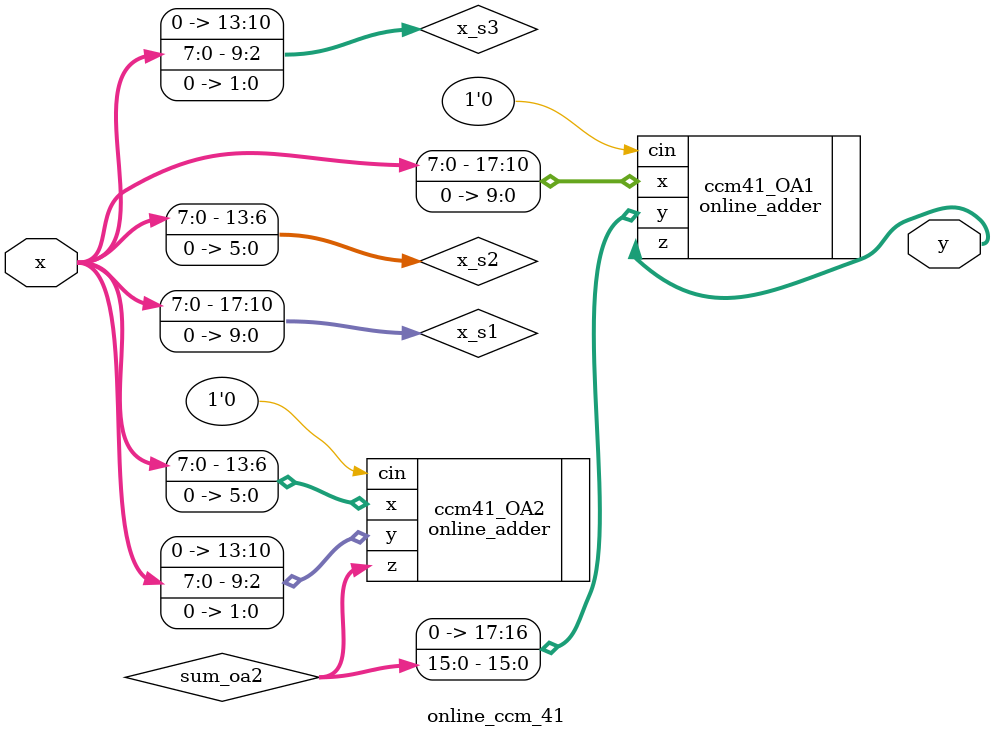
<source format=v>
`timescale 1ns / 1ps
module online_ccm_41(x,y);
parameter Stage = 4;

localparam s1 = 5;
localparam s2 = 3;
localparam s3 = 1;

localparam WL 		= 2*Stage;
localparam WL_oa1	= 2*(Stage+s1);		//WL of OA inputs
localparam WL_oa2 = 2*(Stage+s2);
localparam WL_s2	= 2*(Stage+s2);
localparam WL_s3	= 2*(Stage+s3);
localparam WL_out = 2*(Stage+s1+1);

	input [WL-1:0] x;
	output[WL_out-1:0] y;
	
	wire [WL_oa1-1:0] x_s1;
	wire [WL_oa2-1:0] x_s2, x_s3;
	
	wire [WL_oa2+1:0] sum_oa2;
	
	assign x_s1[WL_oa1-1:WL_oa1-WL]	= x;
	assign x_s1[WL_oa1-WL-1:0]			= 'b0;
	
	assign x_s2[WL_s2-1:WL_s2-WL]	= x;
	assign x_s2[WL_s2-WL-1:0]		= 'b0;
	
	assign x_s3[WL_s2-1:WL_s3] 	= 'b0;
	assign x_s3[WL_s3-1:WL_s3-WL]	= x;
	assign x_s3[WL_s3-WL-1:0]		= 'b0;
	
	//---- Connect All Adders ----//
	online_adder #(Stage+s2) ccm41_OA2(.x(x_s2),.y(x_s3),.cin(1'b0),.z(sum_oa2));
	online_adder #(Stage+s1) ccm41_OA1(.x(x_s1),.y({2'b0,sum_oa2}),.cin(1'b0),.z(y));
	


endmodule

</source>
